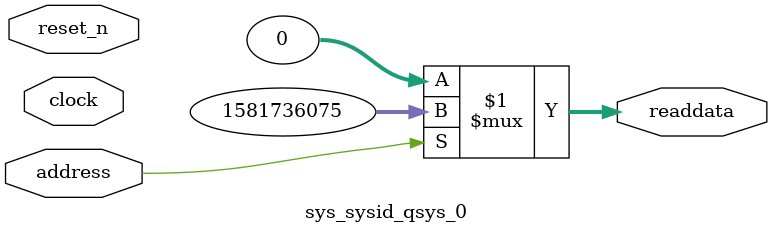
<source format=v>

`timescale 1ns / 1ps
// synthesis translate_on

// turn off superfluous verilog processor warnings 
// altera message_level Level1 
// altera message_off 10034 10035 10036 10037 10230 10240 10030 

module sys_sysid_qsys_0 (
               // inputs:
                address,
                clock,
                reset_n,

               // outputs:
                readdata
             )
;

  output  [ 31: 0] readdata;
  input            address;
  input            clock;
  input            reset_n;

  wire    [ 31: 0] readdata;
  //control_slave, which is an e_avalon_slave
  assign readdata = address ? 1581736075 : 0;

endmodule




</source>
